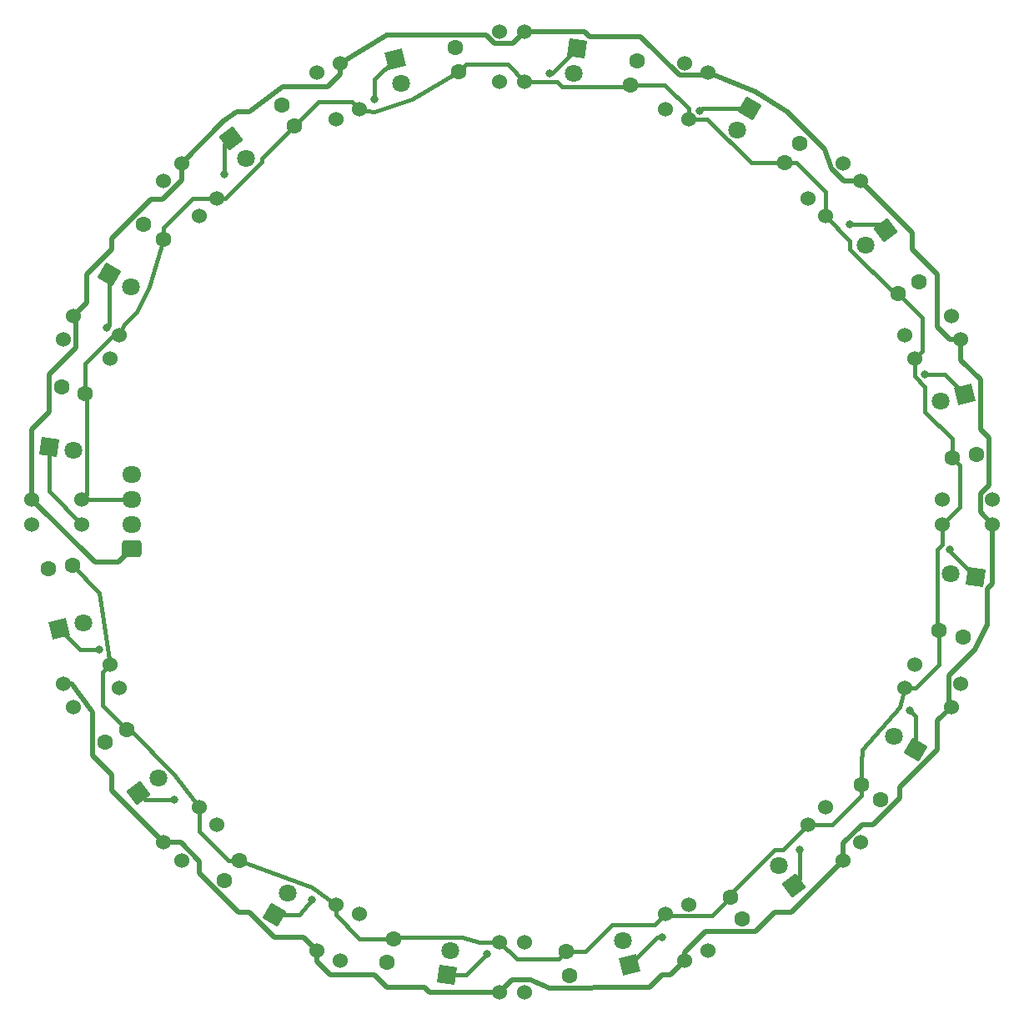
<source format=gbr>
G04 #@! TF.GenerationSoftware,KiCad,Pcbnew,(6.0.5)*
G04 #@! TF.CreationDate,2022-07-03T21:12:04+09:00*
G04 #@! TF.ProjectId,line_sensor,6c696e65-5f73-4656-9e73-6f722e6b6963,rev?*
G04 #@! TF.SameCoordinates,Original*
G04 #@! TF.FileFunction,Copper,L1,Top*
G04 #@! TF.FilePolarity,Positive*
%FSLAX46Y46*%
G04 Gerber Fmt 4.6, Leading zero omitted, Abs format (unit mm)*
G04 Created by KiCad (PCBNEW (6.0.5)) date 2022-07-03 21:12:04*
%MOMM*%
%LPD*%
G01*
G04 APERTURE LIST*
G04 Aperture macros list*
%AMRoundRect*
0 Rectangle with rounded corners*
0 $1 Rounding radius*
0 $2 $3 $4 $5 $6 $7 $8 $9 X,Y pos of 4 corners*
0 Add a 4 corners polygon primitive as box body*
4,1,4,$2,$3,$4,$5,$6,$7,$8,$9,$2,$3,0*
0 Add four circle primitives for the rounded corners*
1,1,$1+$1,$2,$3*
1,1,$1+$1,$4,$5*
1,1,$1+$1,$6,$7*
1,1,$1+$1,$8,$9*
0 Add four rect primitives between the rounded corners*
20,1,$1+$1,$2,$3,$4,$5,0*
20,1,$1+$1,$4,$5,$6,$7,0*
20,1,$1+$1,$6,$7,$8,$9,0*
20,1,$1+$1,$8,$9,$2,$3,0*%
%AMRotRect*
0 Rectangle, with rotation*
0 The origin of the aperture is its center*
0 $1 length*
0 $2 width*
0 $3 Rotation angle, in degrees counterclockwise*
0 Add horizontal line*
21,1,$1,$2,0,0,$3*%
G04 Aperture macros list end*
G04 #@! TA.AperFunction,ComponentPad*
%ADD10RotRect,1.800000X1.800000X127.000000*%
G04 #@! TD*
G04 #@! TA.AperFunction,ComponentPad*
%ADD11C,1.800000*%
G04 #@! TD*
G04 #@! TA.AperFunction,ComponentPad*
%ADD12C,1.600000*%
G04 #@! TD*
G04 #@! TA.AperFunction,ComponentPad*
%ADD13C,1.524000*%
G04 #@! TD*
G04 #@! TA.AperFunction,ComponentPad*
%ADD14RotRect,1.800000X1.800000X172.000000*%
G04 #@! TD*
G04 #@! TA.AperFunction,ComponentPad*
%ADD15RotRect,1.800000X1.800000X149.500000*%
G04 #@! TD*
G04 #@! TA.AperFunction,ComponentPad*
%ADD16RotRect,1.800000X1.800000X307.000000*%
G04 #@! TD*
G04 #@! TA.AperFunction,ComponentPad*
%ADD17RotRect,1.800000X1.800000X82.000000*%
G04 #@! TD*
G04 #@! TA.AperFunction,ComponentPad*
%ADD18RotRect,1.800000X1.800000X194.500000*%
G04 #@! TD*
G04 #@! TA.AperFunction,ComponentPad*
%ADD19RotRect,1.800000X1.800000X217.000000*%
G04 #@! TD*
G04 #@! TA.AperFunction,ComponentPad*
%ADD20RotRect,1.800000X1.800000X59.500000*%
G04 #@! TD*
G04 #@! TA.AperFunction,ComponentPad*
%ADD21RotRect,1.800000X1.800000X352.000000*%
G04 #@! TD*
G04 #@! TA.AperFunction,ComponentPad*
%ADD22RotRect,1.800000X1.800000X37.000000*%
G04 #@! TD*
G04 #@! TA.AperFunction,ComponentPad*
%ADD23RotRect,1.800000X1.800000X262.000000*%
G04 #@! TD*
G04 #@! TA.AperFunction,ComponentPad*
%ADD24RotRect,1.800000X1.800000X284.500000*%
G04 #@! TD*
G04 #@! TA.AperFunction,ComponentPad*
%ADD25RotRect,1.800000X1.800000X104.500000*%
G04 #@! TD*
G04 #@! TA.AperFunction,ComponentPad*
%ADD26RotRect,1.800000X1.800000X329.500000*%
G04 #@! TD*
G04 #@! TA.AperFunction,ComponentPad*
%ADD27RotRect,1.800000X1.800000X14.500000*%
G04 #@! TD*
G04 #@! TA.AperFunction,ComponentPad*
%ADD28RotRect,1.800000X1.800000X239.500000*%
G04 #@! TD*
G04 #@! TA.AperFunction,ComponentPad*
%ADD29RoundRect,0.250000X0.725000X-0.600000X0.725000X0.600000X-0.725000X0.600000X-0.725000X-0.600000X0*%
G04 #@! TD*
G04 #@! TA.AperFunction,ComponentPad*
%ADD30O,1.950000X1.700000*%
G04 #@! TD*
G04 #@! TA.AperFunction,ViaPad*
%ADD31C,0.800000*%
G04 #@! TD*
G04 #@! TA.AperFunction,Conductor*
%ADD32C,0.400000*%
G04 #@! TD*
G04 #@! TA.AperFunction,Conductor*
%ADD33C,0.500000*%
G04 #@! TD*
G04 APERTURE END LIST*
D10*
X180988019Y-139537582D03*
D11*
X179459409Y-137509048D03*
D12*
X199524106Y-95813887D03*
X197042741Y-96118560D03*
D13*
X182394055Y-69809894D03*
X184190106Y-71605945D03*
X187782209Y-68013842D03*
X185986158Y-66217791D03*
X112523559Y-119492001D03*
X111551543Y-117145347D03*
X106858235Y-119089379D03*
X107830251Y-121436033D03*
X108712000Y-102870000D03*
X108712000Y-100330000D03*
X103632000Y-100330000D03*
X103632000Y-102870000D03*
D14*
X199440704Y-108211140D03*
D11*
X196925423Y-107857640D03*
D12*
X181630376Y-64186825D03*
X180091222Y-66156852D03*
D13*
X196088000Y-100330000D03*
X196088000Y-102870000D03*
X201168000Y-102870000D03*
X201168000Y-100330000D03*
D12*
X129020714Y-60277252D03*
X130251773Y-62453141D03*
X111077252Y-124979286D03*
X113253141Y-123748227D03*
D13*
X120609894Y-71605945D03*
X122405945Y-69809894D03*
X118813842Y-66217791D03*
X117017791Y-68013842D03*
X122405945Y-133390106D03*
X120609894Y-131594055D03*
X117017791Y-135186158D03*
X118813842Y-136982209D03*
D15*
X193329970Y-125709595D03*
D11*
X191141432Y-124420448D03*
D16*
X123811981Y-63662418D03*
D11*
X125340591Y-65690952D03*
D13*
X193248457Y-117145347D03*
X192276441Y-119492001D03*
X196969749Y-121436033D03*
X197941765Y-119089379D03*
X167945347Y-60751543D03*
X170292001Y-61723559D03*
X172236033Y-57030251D03*
X169889379Y-56058235D03*
D17*
X145788860Y-148640704D03*
D11*
X146142360Y-146125423D03*
D13*
X151130000Y-57912000D03*
X153670000Y-57912000D03*
X153670000Y-52832000D03*
X151130000Y-52832000D03*
X111551543Y-86054653D03*
X112523559Y-83707999D03*
X107830251Y-81763967D03*
X106858235Y-84110621D03*
D18*
X198389917Y-89706199D03*
D11*
X195930822Y-90342164D03*
D19*
X190337582Y-73011981D03*
D11*
X188309048Y-74540591D03*
D13*
X134507999Y-61723559D03*
X136854653Y-60751543D03*
X134910621Y-56058235D03*
X132563967Y-57030251D03*
D12*
X114986825Y-72369624D03*
X116956852Y-73908778D03*
X189813175Y-130830376D03*
X187843148Y-129291222D03*
X139712056Y-147351246D03*
X140380152Y-144942170D03*
D13*
X192276441Y-83707999D03*
X193248457Y-86054653D03*
X197941765Y-84110621D03*
X196969749Y-81763967D03*
X153670000Y-145288000D03*
X151130000Y-145288000D03*
X151130000Y-150368000D03*
X153670000Y-150368000D03*
X136854653Y-142448457D03*
X134507999Y-141476441D03*
X132563967Y-146169749D03*
X134910621Y-147141765D03*
D20*
X128290405Y-142529970D03*
D11*
X129579552Y-140341432D03*
D21*
X105359296Y-94988860D03*
D11*
X107874577Y-95342360D03*
D12*
X106648754Y-88912056D03*
X109057830Y-89580152D03*
D13*
X184190106Y-131594055D03*
X182394055Y-133390106D03*
X185986158Y-136982209D03*
X187782209Y-135186158D03*
D12*
X165087944Y-55848754D03*
X164419848Y-58257830D03*
D22*
X114462418Y-130188019D03*
D11*
X116490952Y-128659409D03*
D12*
X198151246Y-114287944D03*
X195742170Y-113619848D03*
X123169624Y-139013175D03*
X124708778Y-137043148D03*
D23*
X159011140Y-54559296D03*
D11*
X158657640Y-57074577D03*
D12*
X193722748Y-78220714D03*
X191546859Y-79451773D03*
X105275894Y-107386113D03*
X107757259Y-107081440D03*
X175779286Y-142922748D03*
X174548227Y-140746859D03*
D24*
X140506199Y-55610083D03*
D11*
X141142164Y-58069178D03*
D13*
X170292001Y-141476441D03*
X167945347Y-142448457D03*
X169889379Y-147141765D03*
X172236033Y-146169749D03*
D25*
X164293801Y-147589917D03*
D11*
X163657836Y-145130822D03*
D26*
X111470030Y-77490405D03*
D11*
X113658568Y-78779552D03*
D12*
X146613887Y-54475894D03*
X146918560Y-56957259D03*
D27*
X106410083Y-113493801D03*
D11*
X108869178Y-112857836D03*
D12*
X158186113Y-148724106D03*
X157881440Y-146242741D03*
D28*
X176509595Y-60670030D03*
D11*
X175220448Y-62858568D03*
D29*
X113775000Y-105350000D03*
D30*
X113775000Y-102850000D03*
X113775000Y-100350000D03*
X113775000Y-97850000D03*
D31*
X196850000Y-105410000D03*
X156210000Y-57112500D03*
X149860000Y-146520500D03*
X123190000Y-67310000D03*
X186690000Y-72390000D03*
X181610000Y-135890000D03*
X118110000Y-130810000D03*
X111211339Y-82933103D03*
X138430000Y-59690000D03*
X171450000Y-60924059D03*
X194310000Y-87630000D03*
X192735613Y-121798245D03*
X167640000Y-144780000D03*
X132080000Y-140970000D03*
X110490000Y-115570000D03*
D32*
X105359296Y-99517296D02*
X105359296Y-94988860D01*
X108712000Y-102870000D02*
X105359296Y-99517296D01*
X196850000Y-105410000D02*
X196850000Y-105620436D01*
X196850000Y-105620436D02*
X199440704Y-108211140D01*
X110789544Y-117907346D02*
X111551543Y-117145347D01*
X194310000Y-88900000D02*
X194310000Y-91440000D01*
X191770000Y-121413559D02*
X187960000Y-125730000D01*
X181222592Y-66156852D02*
X184190106Y-69124366D01*
X195742170Y-117103902D02*
X193354071Y-119492001D01*
X134507999Y-141476441D02*
X132080000Y-139700000D01*
X196088000Y-104902000D02*
X195580000Y-105410000D01*
X109057830Y-86522170D02*
X111872001Y-83707999D01*
X127000000Y-65704914D02*
X130251773Y-62453141D01*
X147718559Y-56157260D02*
X151915260Y-56157260D01*
X192276441Y-119492001D02*
X191770000Y-121413559D01*
X162560000Y-143510000D02*
X159827259Y-146242741D01*
X187843148Y-130422592D02*
X184875634Y-133390106D01*
X197842740Y-101115260D02*
X196088000Y-102870000D01*
X176646852Y-66156852D02*
X180091222Y-66156852D01*
X167945347Y-142448457D02*
X166883804Y-143510000D01*
X140542322Y-144780000D02*
X140380152Y-144942170D01*
X179894161Y-135890000D02*
X179070000Y-135890000D01*
X140380152Y-144942170D02*
X136896098Y-144942170D01*
X147320000Y-144780000D02*
X140542322Y-144780000D01*
X113030000Y-82550000D02*
X114300000Y-81280000D01*
X168134842Y-142637952D02*
X167945347Y-142448457D01*
X146918560Y-56957259D02*
X147718559Y-56157260D01*
X164257678Y-58420000D02*
X164419848Y-58257830D01*
X116956852Y-73908778D02*
X116956852Y-72777408D01*
X134507999Y-142554071D02*
X134507999Y-141476441D01*
X194010456Y-81915370D02*
X194010456Y-85292654D01*
X114300000Y-81280000D02*
X115570000Y-78740000D01*
X111872001Y-83707999D02*
X112523559Y-83707999D01*
X123230106Y-69809894D02*
X127000000Y-66040000D01*
X172213559Y-61723559D02*
X176646852Y-66156852D01*
X193248457Y-87838457D02*
X194310000Y-88900000D01*
X194310000Y-91440000D02*
X197042741Y-94172741D01*
X191546859Y-79451773D02*
X194010456Y-81915370D01*
X156972000Y-57912000D02*
X157480000Y-58420000D01*
X149098000Y-145288000D02*
X147320000Y-144780000D01*
X112523559Y-83707999D02*
X113030000Y-82550000D01*
X194010456Y-85292654D02*
X193248457Y-86054653D01*
X159827259Y-146242741D02*
X157881440Y-146242741D01*
X151130000Y-145288000D02*
X149098000Y-145288000D01*
X120609894Y-131594055D02*
X118110000Y-128270000D01*
X170292001Y-61723559D02*
X172213559Y-61723559D01*
X127000000Y-66040000D02*
X127000000Y-65704914D01*
X124708778Y-137043148D02*
X123577408Y-137043148D01*
X196088000Y-102870000D02*
X196088000Y-104902000D01*
X132715370Y-59989544D02*
X136092654Y-59989544D01*
X187843148Y-127116852D02*
X187843148Y-129291222D01*
X174548227Y-140411773D02*
X174548227Y-140746859D01*
X110789544Y-121284630D02*
X110789544Y-117907346D01*
X113775000Y-100350000D02*
X108732000Y-100350000D01*
X115570000Y-78740000D02*
X116956852Y-73908778D01*
X195580000Y-105410000D02*
X195580000Y-113457678D01*
X193248457Y-86054653D02*
X193248457Y-87838457D01*
X195580000Y-113457678D02*
X195742170Y-113619848D01*
X116956852Y-72777408D02*
X119924366Y-69809894D01*
X197042741Y-94172741D02*
X197042741Y-96118560D01*
X151915260Y-56157260D02*
X153670000Y-57912000D01*
X119924366Y-69809894D02*
X122405945Y-69809894D01*
X132080000Y-139700000D02*
X124708778Y-137043148D01*
X187843148Y-129291222D02*
X187843148Y-130422592D01*
X136092654Y-59989544D02*
X136854653Y-60751543D01*
X122405945Y-69809894D02*
X123230106Y-69809894D01*
X136896098Y-144942170D02*
X134507999Y-142554071D01*
X109220000Y-99822000D02*
X109220000Y-90170000D01*
X108712000Y-100330000D02*
X109220000Y-99822000D01*
X174548227Y-140746859D02*
X172657134Y-142637952D01*
X197042741Y-96118560D02*
X197842740Y-96918559D01*
X193354071Y-119492001D02*
X192276441Y-119492001D01*
X130251773Y-62453141D02*
X132715370Y-59989544D01*
X179070000Y-135890000D02*
X174548227Y-140411773D01*
X195742170Y-113619848D02*
X195742170Y-117103902D01*
X167903902Y-58257830D02*
X170292001Y-60645929D01*
X138430000Y-60960000D02*
X142240000Y-59690000D01*
X109057830Y-89580152D02*
X109057830Y-86522170D01*
X157480000Y-58420000D02*
X164257678Y-58420000D01*
X182394055Y-133390106D02*
X179894161Y-135890000D01*
X136854653Y-60751543D02*
X138221543Y-60960000D01*
X184875634Y-133390106D02*
X182394055Y-133390106D01*
X110490000Y-109814181D02*
X107757259Y-107081440D01*
X123577408Y-137043148D02*
X120609894Y-134075634D01*
X152884740Y-147042740D02*
X151130000Y-145288000D01*
X184190106Y-69124366D02*
X184190106Y-71605945D01*
X157081441Y-147042740D02*
X152884740Y-147042740D01*
X113253141Y-123748227D02*
X110789544Y-121284630D01*
X142240000Y-59690000D02*
X146918560Y-56957259D01*
X186690000Y-74930000D02*
X191211773Y-79451773D01*
X166883804Y-143510000D02*
X162560000Y-143510000D01*
X184190106Y-71605945D02*
X186690000Y-74105839D01*
X138221543Y-60960000D02*
X138430000Y-60960000D01*
X108732000Y-100350000D02*
X108712000Y-100330000D01*
X197842740Y-96918559D02*
X197842740Y-101115260D01*
X120609894Y-134075634D02*
X120609894Y-131594055D01*
X187960000Y-125730000D02*
X187843148Y-127116852D01*
X186690000Y-74105839D02*
X186690000Y-74930000D01*
X170292001Y-60645929D02*
X170292001Y-61723559D01*
X113588227Y-123748227D02*
X113253141Y-123748227D01*
X164419848Y-58257830D02*
X167903902Y-58257830D01*
X111551543Y-117145347D02*
X110490000Y-109814181D01*
X191211773Y-79451773D02*
X191546859Y-79451773D01*
X157881440Y-146242741D02*
X157081441Y-147042740D01*
X153670000Y-57912000D02*
X156972000Y-57912000D01*
X118110000Y-128270000D02*
X113588227Y-123748227D01*
X180091222Y-66156852D02*
X181222592Y-66156852D01*
X172657134Y-142637952D02*
X168134842Y-142637952D01*
X156210000Y-57112500D02*
X156457936Y-57112500D01*
X156457936Y-57112500D02*
X159011140Y-54559296D01*
X147739796Y-148640704D02*
X145788860Y-148640704D01*
X149860000Y-146520500D02*
X147739796Y-148640704D01*
X123190000Y-64284399D02*
X123811981Y-63662418D01*
X123190000Y-67310000D02*
X123190000Y-64284399D01*
X186690000Y-72390000D02*
X189715601Y-72390000D01*
X189715601Y-72390000D02*
X190337582Y-73011981D01*
X181610000Y-138915601D02*
X180988019Y-139537582D01*
X181610000Y-135890000D02*
X181610000Y-138915601D01*
X115084399Y-130810000D02*
X114462418Y-130188019D01*
X118110000Y-130810000D02*
X115084399Y-130810000D01*
X111211339Y-82933103D02*
X111470030Y-82674412D01*
X111470030Y-82674412D02*
X111470030Y-77490405D01*
X138430000Y-57686282D02*
X140506199Y-55610083D01*
X138430000Y-59690000D02*
X138430000Y-57686282D01*
X171704029Y-60670030D02*
X176509595Y-60670030D01*
X171450000Y-60924059D02*
X171704029Y-60670030D01*
X194310000Y-87630000D02*
X196313718Y-87630000D01*
X196313718Y-87630000D02*
X198389917Y-89706199D01*
X193329970Y-122392602D02*
X193329970Y-125709595D01*
X192735613Y-121798245D02*
X193329970Y-122392602D01*
X167103718Y-144780000D02*
X164293801Y-147589917D01*
X167640000Y-144780000D02*
X167103718Y-144780000D01*
X132080000Y-140970000D02*
X130810000Y-142529970D01*
X130810000Y-142529970D02*
X128290405Y-142529970D01*
X110490000Y-115570000D02*
X108486282Y-115570000D01*
X108486282Y-115570000D02*
X106410083Y-113493801D01*
D33*
X154236489Y-149156489D02*
X152341511Y-149156489D01*
X125730000Y-142240000D02*
X124629373Y-142240000D01*
X193040000Y-74930000D02*
X195580000Y-77470000D01*
X160210044Y-53340000D02*
X165457808Y-53340000D01*
X197941765Y-84110621D02*
X197941765Y-86181765D01*
X124460000Y-60960000D02*
X125730000Y-60960000D01*
X108069746Y-82003462D02*
X107830251Y-81763967D01*
X139700000Y-149860000D02*
X138430000Y-148590000D01*
X187782209Y-68013842D02*
X186068873Y-68013842D01*
X149746383Y-53226383D02*
X150563511Y-54043511D01*
X199956489Y-99763511D02*
X199956489Y-101658489D01*
X109827741Y-126337741D02*
X109827741Y-121920000D01*
X185986158Y-136982209D02*
X180728367Y-142240000D01*
X115739373Y-69850000D02*
X116894969Y-69850000D01*
X184774647Y-66719616D02*
X184150000Y-64770000D01*
X189060627Y-133350000D02*
X187905031Y-133350000D01*
X168441144Y-148590000D02*
X167640000Y-148590000D01*
X179070000Y-142240000D02*
X177137741Y-144172259D01*
X169889379Y-147141765D02*
X168441144Y-148590000D01*
X134910621Y-56058235D02*
X139700000Y-53226383D01*
X109827741Y-121920000D02*
X107659379Y-119089379D01*
X103632000Y-100330000D02*
X103632000Y-93218000D01*
X111760000Y-128270000D02*
X109827741Y-126337741D01*
X180340000Y-60960000D02*
X177098259Y-58988259D01*
X107830251Y-81763967D02*
X109220000Y-80374218D01*
X120650000Y-137105031D02*
X118731127Y-135186158D01*
X200660000Y-109410044D02*
X200660000Y-113030000D01*
X199936112Y-93256112D02*
X200773617Y-94093617D01*
X111760000Y-74930000D02*
X111760000Y-73829373D01*
X187782209Y-68013842D02*
X193040000Y-73271633D01*
X109220000Y-80374218D02*
X109220000Y-77470000D01*
X116894969Y-69850000D02*
X118813842Y-67931127D01*
X187905031Y-133350000D02*
X185986158Y-135268873D01*
X134910621Y-57135865D02*
X134910621Y-56058235D01*
X125730000Y-60960000D02*
X129110890Y-58420000D01*
X105410000Y-91440000D02*
X105399243Y-91429243D01*
X132563967Y-146169749D02*
X131174218Y-144780000D01*
X195580000Y-77470000D02*
X195580000Y-82826486D01*
X159906383Y-149973617D02*
X156210000Y-149973617D01*
X150563511Y-54043511D02*
X152458489Y-54043511D01*
X166370000Y-149860000D02*
X161290000Y-149860000D01*
X201168000Y-108902044D02*
X200660000Y-109410044D01*
X132563967Y-147247379D02*
X132563967Y-146169749D01*
X139700000Y-53226383D02*
X149746383Y-53226383D01*
X201168000Y-102870000D02*
X201168000Y-108902044D01*
X169889379Y-146340621D02*
X169889379Y-147141765D01*
X144018000Y-150368000D02*
X143510000Y-149860000D01*
X111760000Y-129928367D02*
X111760000Y-128270000D01*
X105399243Y-91429243D02*
X105399243Y-87640757D01*
X185986158Y-135268873D02*
X185986158Y-136982209D01*
X131174218Y-144780000D02*
X128270000Y-144780000D01*
X103632000Y-93218000D02*
X105410000Y-91440000D01*
X200773617Y-94093617D02*
X200773617Y-98946383D01*
X109220000Y-77470000D02*
X111760000Y-74930000D01*
X177098259Y-58988259D02*
X172236033Y-57030251D01*
X196730254Y-121196538D02*
X196969749Y-121436033D01*
X191770000Y-130640627D02*
X189060627Y-133350000D01*
X165457808Y-53340000D02*
X169387554Y-57269746D01*
X199936112Y-88176112D02*
X199936112Y-93256112D01*
X117017791Y-135186158D02*
X111760000Y-129928367D01*
X133906588Y-148590000D02*
X132563967Y-147247379D01*
X107659379Y-119089379D02*
X106858235Y-119089379D01*
X184150000Y-64770000D02*
X180340000Y-60960000D01*
X118813842Y-67931127D02*
X118813842Y-66217791D01*
X169387554Y-57269746D02*
X171996538Y-57269746D01*
X111760000Y-73829373D02*
X115739373Y-69850000D01*
X161290000Y-149860000D02*
X159906383Y-149973617D01*
X112405489Y-106719511D02*
X113775000Y-105350000D01*
X197941765Y-86181765D02*
X199936112Y-88176112D01*
X159702044Y-52832000D02*
X160210044Y-53340000D01*
X171996538Y-57269746D02*
X172236033Y-57030251D01*
X172057741Y-144172259D02*
X169889379Y-146340621D01*
X129110890Y-58420000D02*
X133626486Y-58420000D01*
X195580000Y-125730000D02*
X191770000Y-129540000D01*
X191770000Y-129540000D02*
X191770000Y-130640627D01*
X105399243Y-87640757D02*
X108069746Y-84970254D01*
X193040000Y-73271633D02*
X193040000Y-74930000D01*
X103632000Y-100330000D02*
X110021511Y-106719511D01*
X195580000Y-122825782D02*
X195580000Y-125730000D01*
X196730254Y-118229746D02*
X196730254Y-121196538D01*
X138430000Y-148590000D02*
X133906588Y-148590000D01*
X200773617Y-98946383D02*
X199956489Y-99763511D01*
X133626486Y-58420000D02*
X134910621Y-57135865D01*
X195580000Y-82826486D02*
X196864135Y-84110621D01*
X124629373Y-142240000D02*
X120650000Y-138260627D01*
X177137741Y-144172259D02*
X172057741Y-144172259D01*
X167640000Y-148590000D02*
X166370000Y-149860000D01*
X196969749Y-121436033D02*
X195580000Y-122825782D01*
X108069746Y-84970254D02*
X108069746Y-82003462D01*
X110021511Y-106719511D02*
X112405489Y-106719511D01*
X143510000Y-149860000D02*
X139700000Y-149860000D01*
X186068873Y-68013842D02*
X184774647Y-66719616D01*
X118813842Y-66217791D02*
X123079140Y-61952493D01*
X180728367Y-142240000D02*
X179070000Y-142240000D01*
X123079140Y-61952493D02*
X124460000Y-60960000D01*
X152341511Y-149156489D02*
X151130000Y-150368000D01*
X120650000Y-138260627D02*
X120650000Y-137105031D01*
X153670000Y-52832000D02*
X159702044Y-52832000D01*
X152458489Y-54043511D02*
X153670000Y-52832000D01*
X156210000Y-149973617D02*
X154236489Y-149156489D01*
X200660000Y-113030000D02*
X199400757Y-115559243D01*
X118731127Y-135186158D02*
X117017791Y-135186158D01*
X151130000Y-150368000D02*
X144018000Y-150368000D01*
X199956489Y-101658489D02*
X201168000Y-102870000D01*
X128270000Y-144780000D02*
X125730000Y-142240000D01*
X196864135Y-84110621D02*
X197941765Y-84110621D01*
X199400757Y-115559243D02*
X196730254Y-118229746D01*
M02*

</source>
